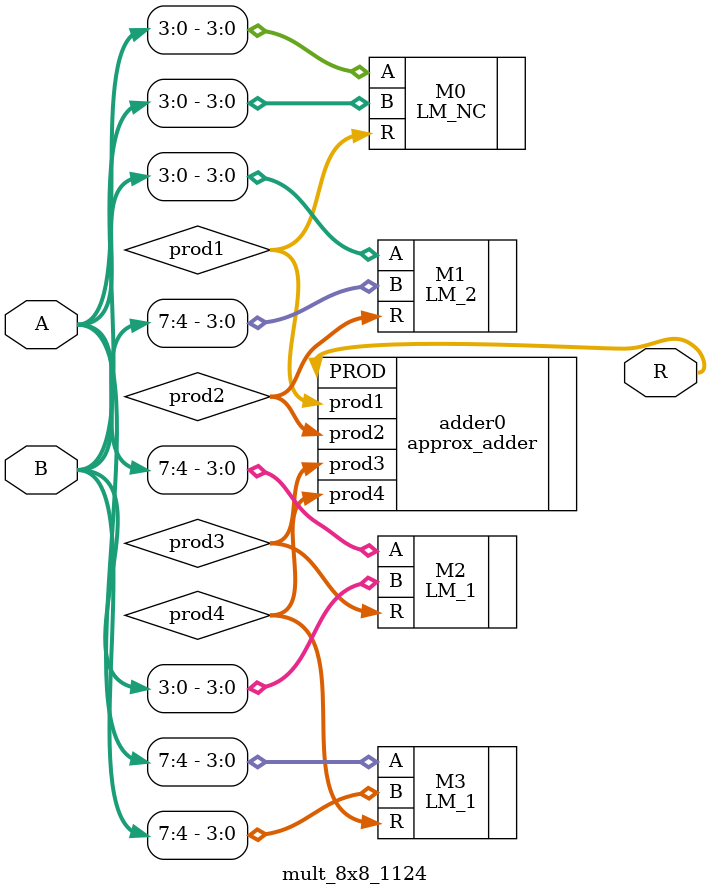
<source format=v>
module mult_8x8_1124(
input [7:0] A,
input [7:0] B,
output [15:0]R
);
wire [7:0]prod1;
wire [7:0]prod2;
wire [7:0]prod3;
wire [7:0]prod4;

LM_NC M0(.A(A[3:0]),.B(B[3:0]),.R(prod1));
LM_2 M1(.A(A[3:0]),.B(B[7:4]),.R(prod2));
LM_1 M2(.A(A[7:4]),.B(B[3:0]),.R(prod3));
LM_1 M3(.A(A[7:4]),.B(B[7:4]),.R(prod4));
approx_adder adder0(.prod1(prod1),.prod2(prod2),.prod3(prod3),.prod4(prod4),.PROD(R));
endmodule

</source>
